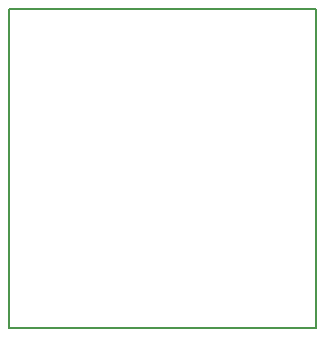
<source format=gbr>
G04 #@! TF.GenerationSoftware,KiCad,Pcbnew,(5.0.0)*
G04 #@! TF.CreationDate,2019-01-30T09:11:06+03:00*
G04 #@! TF.ProjectId,plata_avr,706C6174615F6176722E6B696361645F,rev?*
G04 #@! TF.SameCoordinates,Original*
G04 #@! TF.FileFunction,Profile,NP*
%FSLAX46Y46*%
G04 Gerber Fmt 4.6, Leading zero omitted, Abs format (unit mm)*
G04 Created by KiCad (PCBNEW (5.0.0)) date 01/30/19 09:11:06*
%MOMM*%
%LPD*%
G01*
G04 APERTURE LIST*
%ADD10C,0.200000*%
G04 APERTURE END LIST*
D10*
X91500000Y-113500000D02*
X91500000Y-86500000D01*
X117500000Y-113500000D02*
X91500000Y-113500000D01*
X117500000Y-86500000D02*
X117500000Y-113500000D01*
X91500000Y-86500000D02*
X117500000Y-86500000D01*
M02*

</source>
